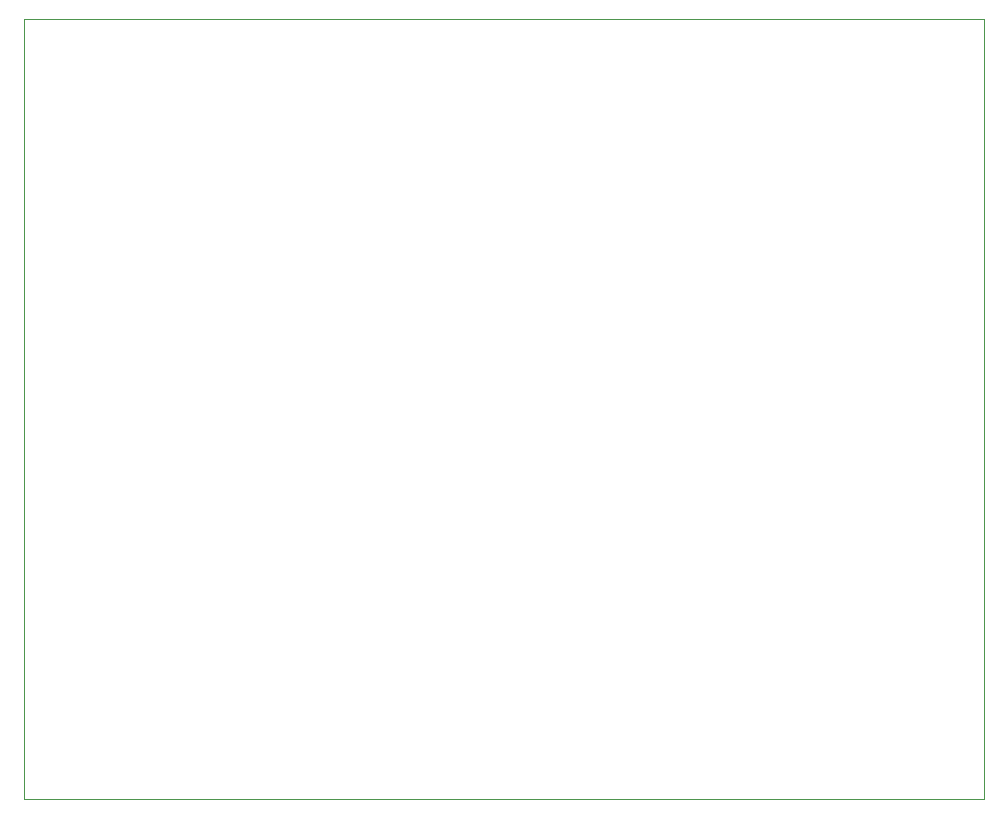
<source format=gm1>
G04 #@! TF.GenerationSoftware,KiCad,Pcbnew,(5.1.6)-1*
G04 #@! TF.CreationDate,2020-10-11T12:38:22+02:00*
G04 #@! TF.ProjectId,AdaptaddorCubeCell,41646170-7461-4646-946f-724375626543,1.0*
G04 #@! TF.SameCoordinates,Original*
G04 #@! TF.FileFunction,Profile,NP*
%FSLAX46Y46*%
G04 Gerber Fmt 4.6, Leading zero omitted, Abs format (unit mm)*
G04 Created by KiCad (PCBNEW (5.1.6)-1) date 2020-10-11 12:38:22*
%MOMM*%
%LPD*%
G01*
G04 APERTURE LIST*
G04 #@! TA.AperFunction,Profile*
%ADD10C,0.050000*%
G04 #@! TD*
G04 APERTURE END LIST*
D10*
X88900000Y-132080000D02*
X88900000Y-66040000D01*
X170180000Y-132080000D02*
X88900000Y-132080000D01*
X170180000Y-66040000D02*
X170180000Y-132080000D01*
X88900000Y-66040000D02*
X170180000Y-66040000D01*
M02*

</source>
